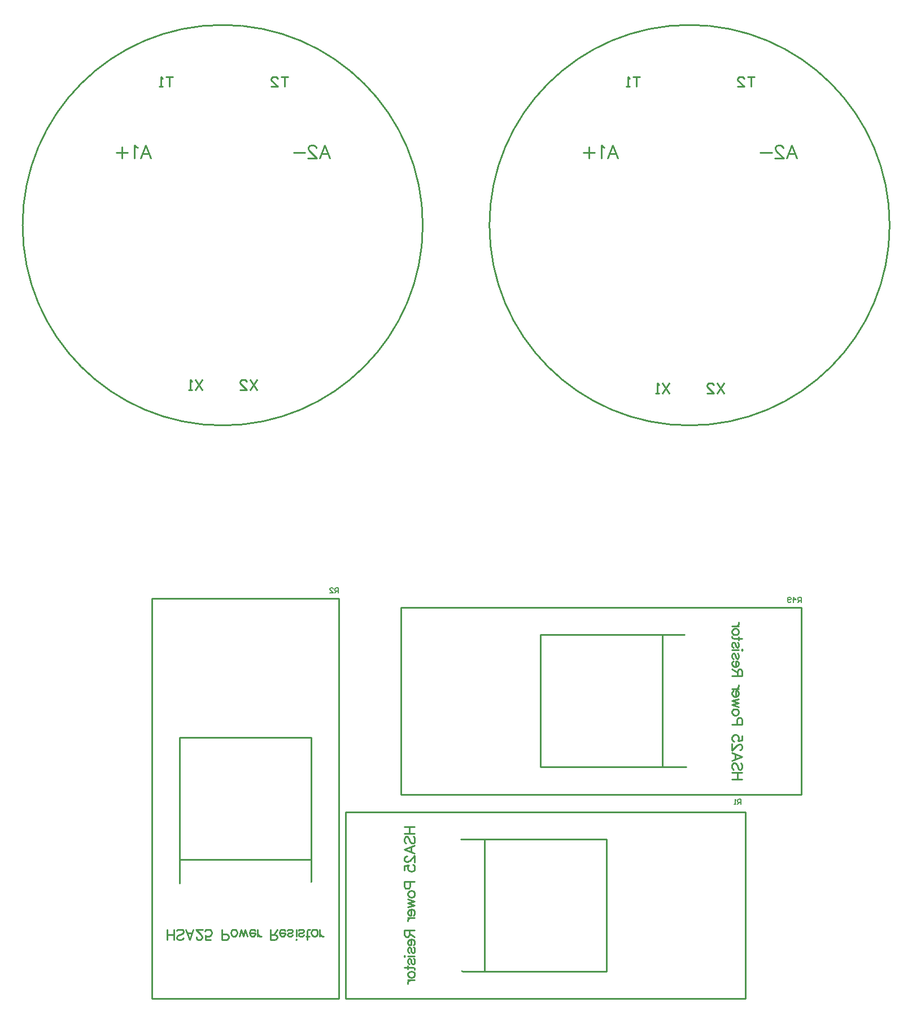
<source format=gbr>
%TF.GenerationSoftware,Altium Limited,Altium Designer,24.2.2 (26)*%
G04 Layer_Color=32896*
%FSLAX45Y45*%
%MOMM*%
%TF.SameCoordinates,E62911D3-7CC7-41A5-B2DD-A777233C8753*%
%TF.FilePolarity,Positive*%
%TF.FileFunction,Legend,Bot*%
%TF.Part,Single*%
G01*
G75*
%TA.AperFunction,NonConductor*%
%ADD80C,0.25400*%
%ADD81C,0.15240*%
%ADD82C,0.25000*%
D80*
X13886501Y5800647D02*
G03*
X13880095Y5803300I-6405J-6405D01*
G01*
X10550000Y762653D02*
G03*
X10556405Y760000I6405J6405D01*
G01*
X9960000Y11940000D02*
G03*
X9960000Y11940000I-3000000J0D01*
G01*
X16960001D02*
G03*
X16960001Y11940000I-3000000J0D01*
G01*
X8287347Y2100000D02*
G03*
X8290000Y2106405I-6405J6405D01*
G01*
X13551500Y5803300D02*
X13880095D01*
X13551500Y3823300D02*
X13906500D01*
X13551500D02*
Y5803300D01*
X11721500Y3823300D02*
Y5803300D01*
X13551500D01*
X11721500Y3823300D02*
X13551500D01*
X15636501Y3413300D02*
Y6213300D01*
X9636500Y3413300D02*
Y6213300D01*
X15636501D01*
X9636500Y3413300D02*
X15636501D01*
X10556405Y760000D02*
X10885000D01*
X10530000Y2740000D02*
X10885000D01*
Y760000D02*
Y2740000D01*
X12715000Y760000D02*
Y2740000D01*
X10885000Y760000D02*
X12715000D01*
X10885000Y2740000D02*
X12715000D01*
X8800000Y350000D02*
Y3150000D01*
X14800000Y350000D02*
Y3150000D01*
X8800000Y350000D02*
X14800000D01*
X8800000Y3150000D02*
X14800000D01*
X5900000Y350000D02*
Y6350000D01*
X8700000Y350000D02*
Y6350000D01*
X5900000D02*
X8700000D01*
X5900000Y350000D02*
X8700000D01*
X6310000Y2435000D02*
Y4265000D01*
X8290000Y2435000D02*
Y4265000D01*
X6310000D02*
X8290000D01*
X6310000Y2435000D02*
X8290000D01*
X6310000Y2080000D02*
Y2435000D01*
X8290000Y2106405D02*
Y2435000D01*
X14749055Y3638983D02*
X14596689D01*
X14749055Y3740561D02*
X14596689D01*
X14676500Y3638983D02*
Y3740561D01*
X14727289Y3884221D02*
X14741800Y3869710D01*
X14749055Y3847944D01*
Y3818921D01*
X14741800Y3797154D01*
X14727289Y3782643D01*
X14712778D01*
X14698267Y3789899D01*
X14691011Y3797154D01*
X14683755Y3811665D01*
X14669244Y3855199D01*
X14661989Y3869710D01*
X14654733Y3876966D01*
X14640222Y3884221D01*
X14618456D01*
X14603944Y3869710D01*
X14596689Y3847944D01*
Y3818921D01*
X14603944Y3797154D01*
X14618456Y3782643D01*
X14596689Y4034412D02*
X14749055Y3976367D01*
X14596689Y3918323D01*
X14647478Y3940089D02*
Y4012645D01*
X14712778Y4077220D02*
X14720033D01*
X14734544Y4084476D01*
X14741800Y4091731D01*
X14749055Y4106242D01*
Y4135265D01*
X14741800Y4149776D01*
X14734544Y4157032D01*
X14720033Y4164287D01*
X14705524D01*
X14691011Y4157032D01*
X14669244Y4142520D01*
X14596689Y4069964D01*
Y4171543D01*
X14749055Y4292711D02*
Y4220155D01*
X14683755Y4212899D01*
X14691011Y4220155D01*
X14698267Y4241922D01*
Y4263688D01*
X14691011Y4285455D01*
X14676500Y4299967D01*
X14654733Y4307222D01*
X14640222D01*
X14618456Y4299967D01*
X14603944Y4285455D01*
X14596689Y4263688D01*
Y4241922D01*
X14603944Y4220155D01*
X14611200Y4212899D01*
X14625711Y4205644D01*
X14669244Y4461041D02*
Y4526341D01*
X14676500Y4548108D01*
X14683755Y4555363D01*
X14698267Y4562619D01*
X14720033D01*
X14734544Y4555363D01*
X14741800Y4548108D01*
X14749055Y4526341D01*
Y4461041D01*
X14596689D01*
X14698267Y4632998D02*
X14691011Y4618487D01*
X14676500Y4603976D01*
X14654733Y4596720D01*
X14640222D01*
X14618456Y4603976D01*
X14603944Y4618487D01*
X14596689Y4632998D01*
Y4654765D01*
X14603944Y4669276D01*
X14618456Y4683787D01*
X14640222Y4691043D01*
X14654733D01*
X14676500Y4683787D01*
X14691011Y4669276D01*
X14698267Y4654765D01*
Y4632998D01*
Y4724418D02*
X14596689Y4753441D01*
X14698267Y4782463D02*
X14596689Y4753441D01*
X14698267Y4782463D02*
X14596689Y4811485D01*
X14698267Y4840508D02*
X14596689Y4811485D01*
X14654733Y4876060D02*
Y4963127D01*
X14669244D01*
X14683755Y4955871D01*
X14691011Y4948616D01*
X14698267Y4934105D01*
Y4912338D01*
X14691011Y4897827D01*
X14676500Y4883316D01*
X14654733Y4876060D01*
X14640222D01*
X14618456Y4883316D01*
X14603944Y4897827D01*
X14596689Y4912338D01*
Y4934105D01*
X14603944Y4948616D01*
X14618456Y4963127D01*
X14698267Y4995777D02*
X14596689D01*
X14654733D02*
X14676500Y5003033D01*
X14691011Y5017544D01*
X14698267Y5032055D01*
Y5053822D01*
X14749055Y5187325D02*
X14596689D01*
X14749055D02*
Y5252626D01*
X14741800Y5274392D01*
X14734544Y5281648D01*
X14720033Y5288903D01*
X14705524D01*
X14691011Y5281648D01*
X14683755Y5274392D01*
X14676500Y5252626D01*
Y5187325D01*
Y5238114D02*
X14596689Y5288903D01*
X14654733Y5323005D02*
Y5410072D01*
X14669244D01*
X14683755Y5402816D01*
X14691011Y5395560D01*
X14698267Y5381049D01*
Y5359283D01*
X14691011Y5344771D01*
X14676500Y5330260D01*
X14654733Y5323005D01*
X14640222D01*
X14618456Y5330260D01*
X14603944Y5344771D01*
X14596689Y5359283D01*
Y5381049D01*
X14603944Y5395560D01*
X14618456Y5410072D01*
X14676500Y5522533D02*
X14691011Y5515278D01*
X14698267Y5493511D01*
Y5471744D01*
X14691011Y5449977D01*
X14676500Y5442722D01*
X14661989Y5449977D01*
X14654733Y5464489D01*
X14647478Y5500766D01*
X14640222Y5515278D01*
X14625711Y5522533D01*
X14618456D01*
X14603944Y5515278D01*
X14596689Y5493511D01*
Y5471744D01*
X14603944Y5449977D01*
X14618456Y5442722D01*
X14749055Y5568969D02*
X14741800Y5576225D01*
X14749055Y5583480D01*
X14756313Y5576225D01*
X14749055Y5568969D01*
X14698267Y5576225D02*
X14596689D01*
X14676500Y5690137D02*
X14691011Y5682882D01*
X14698267Y5661115D01*
Y5639348D01*
X14691011Y5617582D01*
X14676500Y5610326D01*
X14661989Y5617582D01*
X14654733Y5632093D01*
X14647478Y5668371D01*
X14640222Y5682882D01*
X14625711Y5690137D01*
X14618456D01*
X14603944Y5682882D01*
X14596689Y5661115D01*
Y5639348D01*
X14603944Y5617582D01*
X14618456Y5610326D01*
X14749055Y5743829D02*
X14625711D01*
X14603944Y5751085D01*
X14596689Y5765596D01*
Y5780107D01*
X14698267Y5722062D02*
Y5772851D01*
Y5838152D02*
X14691011Y5823640D01*
X14676500Y5809129D01*
X14654733Y5801874D01*
X14640222D01*
X14618456Y5809129D01*
X14603944Y5823640D01*
X14596689Y5838152D01*
Y5859918D01*
X14603944Y5874429D01*
X14618456Y5888941D01*
X14640222Y5896196D01*
X14654733D01*
X14676500Y5888941D01*
X14691011Y5874429D01*
X14698267Y5859918D01*
Y5838152D01*
Y5929572D02*
X14596689D01*
X14654733D02*
X14676500Y5936827D01*
X14691011Y5951339D01*
X14698267Y5965850D01*
Y5987616D01*
X9687444Y2924317D02*
X9839811D01*
X9687444Y2822739D02*
X9839811D01*
X9760000Y2924317D02*
Y2822739D01*
X9709210Y2679079D02*
X9694699Y2693590D01*
X9687444Y2715357D01*
Y2744379D01*
X9694699Y2766146D01*
X9709210Y2780657D01*
X9723721D01*
X9738233Y2773401D01*
X9745488Y2766146D01*
X9752744Y2751635D01*
X9767255Y2708101D01*
X9774511Y2693590D01*
X9781766Y2686334D01*
X9796277Y2679079D01*
X9818044D01*
X9832555Y2693590D01*
X9839811Y2715357D01*
Y2744379D01*
X9832555Y2766146D01*
X9818044Y2780657D01*
X9839811Y2528888D02*
X9687444Y2586933D01*
X9839811Y2644977D01*
X9789022Y2623211D02*
Y2550655D01*
X9723721Y2486080D02*
X9716466D01*
X9701955Y2478824D01*
X9694699Y2471569D01*
X9687444Y2457058D01*
Y2428035D01*
X9694699Y2413524D01*
X9701955Y2406268D01*
X9716466Y2399013D01*
X9730977D01*
X9745488Y2406268D01*
X9767255Y2420780D01*
X9839811Y2493336D01*
Y2391757D01*
X9687444Y2270589D02*
Y2343145D01*
X9752744Y2350401D01*
X9745488Y2343145D01*
X9738233Y2321378D01*
Y2299612D01*
X9745488Y2277845D01*
X9760000Y2263334D01*
X9781766Y2256078D01*
X9796277D01*
X9818044Y2263334D01*
X9832555Y2277845D01*
X9839811Y2299612D01*
Y2321378D01*
X9832555Y2343145D01*
X9825300Y2350401D01*
X9810789Y2357656D01*
X9767255Y2102259D02*
Y2036959D01*
X9760000Y2015192D01*
X9752744Y2007937D01*
X9738233Y2000681D01*
X9716466D01*
X9701955Y2007937D01*
X9694699Y2015192D01*
X9687444Y2036959D01*
Y2102259D01*
X9839811D01*
X9738233Y1930302D02*
X9745488Y1944813D01*
X9760000Y1959325D01*
X9781766Y1966580D01*
X9796277D01*
X9818044Y1959325D01*
X9832555Y1944813D01*
X9839811Y1930302D01*
Y1908535D01*
X9832555Y1894024D01*
X9818044Y1879513D01*
X9796277Y1872257D01*
X9781766D01*
X9760000Y1879513D01*
X9745488Y1894024D01*
X9738233Y1908535D01*
Y1930302D01*
Y1838882D02*
X9839811Y1809859D01*
X9738233Y1780837D02*
X9839811Y1809859D01*
X9738233Y1780837D02*
X9839811Y1751815D01*
X9738233Y1722792D02*
X9839811Y1751815D01*
X9781766Y1687240D02*
Y1600173D01*
X9767255D01*
X9752744Y1607429D01*
X9745488Y1614684D01*
X9738233Y1629195D01*
Y1650962D01*
X9745488Y1665473D01*
X9760000Y1679984D01*
X9781766Y1687240D01*
X9796277D01*
X9818044Y1679984D01*
X9832555Y1665473D01*
X9839811Y1650962D01*
Y1629195D01*
X9832555Y1614684D01*
X9818044Y1600173D01*
X9738233Y1567523D02*
X9839811D01*
X9781766D02*
X9760000Y1560267D01*
X9745488Y1545756D01*
X9738233Y1531245D01*
Y1509478D01*
X9687444Y1375975D02*
X9839811D01*
X9687444D02*
Y1310675D01*
X9694699Y1288908D01*
X9701955Y1281652D01*
X9716466Y1274397D01*
X9730977D01*
X9745488Y1281652D01*
X9752744Y1288908D01*
X9760000Y1310675D01*
Y1375975D01*
Y1325186D02*
X9839811Y1274397D01*
X9781766Y1240295D02*
Y1153228D01*
X9767255D01*
X9752744Y1160484D01*
X9745488Y1167740D01*
X9738233Y1182251D01*
Y1204017D01*
X9745488Y1218529D01*
X9760000Y1233040D01*
X9781766Y1240295D01*
X9796277D01*
X9818044Y1233040D01*
X9832555Y1218529D01*
X9839811Y1204017D01*
Y1182251D01*
X9832555Y1167740D01*
X9818044Y1153228D01*
X9760000Y1040767D02*
X9745488Y1048022D01*
X9738233Y1069789D01*
Y1091556D01*
X9745488Y1113323D01*
X9760000Y1120578D01*
X9774511Y1113323D01*
X9781766Y1098811D01*
X9789022Y1062534D01*
X9796277Y1048022D01*
X9810789Y1040767D01*
X9818044D01*
X9832555Y1048022D01*
X9839811Y1069789D01*
Y1091556D01*
X9832555Y1113323D01*
X9818044Y1120578D01*
X9687444Y994331D02*
X9694699Y987075D01*
X9687444Y979820D01*
X9680188Y987075D01*
X9687444Y994331D01*
X9738233Y987075D02*
X9839811D01*
X9760000Y873163D02*
X9745488Y880418D01*
X9738233Y902185D01*
Y923952D01*
X9745488Y945718D01*
X9760000Y952974D01*
X9774511Y945718D01*
X9781766Y931207D01*
X9789022Y894929D01*
X9796277Y880418D01*
X9810789Y873163D01*
X9818044D01*
X9832555Y880418D01*
X9839811Y902185D01*
Y923952D01*
X9832555Y945718D01*
X9818044Y952974D01*
X9687444Y819471D02*
X9810789D01*
X9832555Y812216D01*
X9839811Y797704D01*
Y783193D01*
X9738233Y841238D02*
Y790449D01*
Y725148D02*
X9745488Y739660D01*
X9760000Y754171D01*
X9781766Y761426D01*
X9796277D01*
X9818044Y754171D01*
X9832555Y739660D01*
X9839811Y725148D01*
Y703382D01*
X9832555Y688871D01*
X9818044Y674359D01*
X9796277Y667104D01*
X9781766D01*
X9760000Y674359D01*
X9745488Y688871D01*
X9738233Y703382D01*
Y725148D01*
Y633728D02*
X9839811D01*
X9781766D02*
X9760000Y626473D01*
X9745488Y611961D01*
X9738233Y597450D01*
Y575684D01*
X6211567Y14166174D02*
X6109999D01*
X6160783D01*
Y14013824D01*
X6059216D02*
X6008432D01*
X6033824D01*
Y14166174D01*
X6059216Y14140784D01*
X7936959Y14166174D02*
X7835391D01*
X7886175D01*
Y14013824D01*
X7683041D02*
X7784608D01*
X7683041Y14115392D01*
Y14140784D01*
X7708433Y14166174D01*
X7759216D01*
X7784608Y14140784D01*
X7476959Y9626175D02*
X7375392Y9473825D01*
Y9626175D02*
X7476959Y9473825D01*
X7223041D02*
X7324608D01*
X7223041Y9575392D01*
Y9600783D01*
X7248433Y9626175D01*
X7299216D01*
X7324608Y9600783D01*
X6651567Y9626175D02*
X6550000Y9473825D01*
Y9626175D02*
X6651567Y9473825D01*
X6499216D02*
X6448433D01*
X6473824D01*
Y9626175D01*
X6499216Y9600783D01*
X13651567Y9576175D02*
X13550000Y9423825D01*
Y9576175D02*
X13651567Y9423825D01*
X13499216D02*
X13448433D01*
X13473824D01*
Y9576175D01*
X13499216Y9550784D01*
X14476959Y9576175D02*
X14375392Y9423825D01*
Y9576175D02*
X14476959Y9423825D01*
X14223041D02*
X14324608D01*
X14223041Y9525392D01*
Y9550784D01*
X14248433Y9576175D01*
X14299216D01*
X14324608Y9550784D01*
X14936958Y14166174D02*
X14835393D01*
X14886176D01*
Y14013824D01*
X14683041D02*
X14784608D01*
X14683041Y14115392D01*
Y14140784D01*
X14708434Y14166174D01*
X14759216D01*
X14784608Y14140784D01*
X13211568Y14166174D02*
X13110001D01*
X13160783D01*
Y14013824D01*
X13059216D02*
X13008434D01*
X13033824D01*
Y14166174D01*
X13059216Y14140784D01*
X6125682Y1237444D02*
Y1389811D01*
X6227260Y1237444D02*
Y1389811D01*
X6125682Y1310000D02*
X6227260D01*
X6370921Y1259210D02*
X6356410Y1244699D01*
X6334643Y1237444D01*
X6305621D01*
X6283854Y1244699D01*
X6269343Y1259210D01*
Y1273722D01*
X6276598Y1288233D01*
X6283854Y1295488D01*
X6298365Y1302744D01*
X6341899Y1317255D01*
X6356410Y1324511D01*
X6363665Y1331766D01*
X6370921Y1346277D01*
Y1368044D01*
X6356410Y1382556D01*
X6334643Y1389811D01*
X6305621D01*
X6283854Y1382556D01*
X6269343Y1368044D01*
X6521112Y1389811D02*
X6463067Y1237444D01*
X6405022Y1389811D01*
X6426789Y1339022D02*
X6499345D01*
X6563920Y1273722D02*
Y1266466D01*
X6571175Y1251955D01*
X6578431Y1244699D01*
X6592942Y1237444D01*
X6621964D01*
X6636475Y1244699D01*
X6643731Y1251955D01*
X6650987Y1266466D01*
Y1280977D01*
X6643731Y1295488D01*
X6629220Y1317255D01*
X6556664Y1389811D01*
X6658242D01*
X6779411Y1237444D02*
X6706855D01*
X6699599Y1302744D01*
X6706855Y1295488D01*
X6728622Y1288233D01*
X6750388D01*
X6772155Y1295488D01*
X6786666Y1310000D01*
X6793922Y1331766D01*
Y1346277D01*
X6786666Y1368044D01*
X6772155Y1382556D01*
X6750388Y1389811D01*
X6728622D01*
X6706855Y1382556D01*
X6699599Y1375300D01*
X6692343Y1360789D01*
X6947740Y1317255D02*
X7013041D01*
X7034807Y1310000D01*
X7042063Y1302744D01*
X7049318Y1288233D01*
Y1266466D01*
X7042063Y1251955D01*
X7034807Y1244699D01*
X7013041Y1237444D01*
X6947740D01*
Y1389811D01*
X7119698Y1288233D02*
X7105186Y1295488D01*
X7090675Y1310000D01*
X7083420Y1331766D01*
Y1346277D01*
X7090675Y1368044D01*
X7105186Y1382556D01*
X7119698Y1389811D01*
X7141464D01*
X7155976Y1382556D01*
X7170487Y1368044D01*
X7177742Y1346277D01*
Y1331766D01*
X7170487Y1310000D01*
X7155976Y1295488D01*
X7141464Y1288233D01*
X7119698D01*
X7211118D02*
X7240140Y1389811D01*
X7269163Y1288233D02*
X7240140Y1389811D01*
X7269163Y1288233D02*
X7298185Y1389811D01*
X7327207Y1288233D02*
X7298185Y1389811D01*
X7362760Y1331766D02*
X7449827D01*
Y1317255D01*
X7442571Y1302744D01*
X7435316Y1295488D01*
X7420804Y1288233D01*
X7399038D01*
X7384527Y1295488D01*
X7370015Y1310000D01*
X7362760Y1331766D01*
Y1346277D01*
X7370015Y1368044D01*
X7384527Y1382556D01*
X7399038Y1389811D01*
X7420804D01*
X7435316Y1382556D01*
X7449827Y1368044D01*
X7482477Y1288233D02*
Y1389811D01*
Y1331766D02*
X7489733Y1310000D01*
X7504244Y1295488D01*
X7518755Y1288233D01*
X7540522D01*
X7674025Y1237444D02*
Y1389811D01*
Y1237444D02*
X7739325D01*
X7761092Y1244699D01*
X7768347Y1251955D01*
X7775603Y1266466D01*
Y1280977D01*
X7768347Y1295488D01*
X7761092Y1302744D01*
X7739325Y1310000D01*
X7674025D01*
X7724814D02*
X7775603Y1389811D01*
X7809704Y1331766D02*
X7896771D01*
Y1317255D01*
X7889516Y1302744D01*
X7882260Y1295488D01*
X7867749Y1288233D01*
X7845982D01*
X7831471Y1295488D01*
X7816960Y1310000D01*
X7809704Y1331766D01*
Y1346277D01*
X7816960Y1368044D01*
X7831471Y1382556D01*
X7845982Y1389811D01*
X7867749D01*
X7882260Y1382556D01*
X7896771Y1368044D01*
X8009233Y1310000D02*
X8001977Y1295488D01*
X7980211Y1288233D01*
X7958444D01*
X7936677Y1295488D01*
X7929422Y1310000D01*
X7936677Y1324511D01*
X7951188Y1331766D01*
X7987466Y1339022D01*
X8001977Y1346277D01*
X8009233Y1360789D01*
Y1368044D01*
X8001977Y1382556D01*
X7980211Y1389811D01*
X7958444D01*
X7936677Y1382556D01*
X7929422Y1368044D01*
X8055669Y1237444D02*
X8062924Y1244699D01*
X8070180Y1237444D01*
X8062924Y1230188D01*
X8055669Y1237444D01*
X8062924Y1288233D02*
Y1389811D01*
X8176837Y1310000D02*
X8169582Y1295488D01*
X8147815Y1288233D01*
X8126048D01*
X8104281Y1295488D01*
X8097026Y1310000D01*
X8104281Y1324511D01*
X8118793Y1331766D01*
X8155070Y1339022D01*
X8169582Y1346277D01*
X8176837Y1360789D01*
Y1368044D01*
X8169582Y1382556D01*
X8147815Y1389811D01*
X8126048D01*
X8104281Y1382556D01*
X8097026Y1368044D01*
X8230529Y1237444D02*
Y1360789D01*
X8237784Y1382556D01*
X8252295Y1389811D01*
X8266806D01*
X8208762Y1288233D02*
X8259551D01*
X8324851D02*
X8310340Y1295488D01*
X8295829Y1310000D01*
X8288573Y1331766D01*
Y1346277D01*
X8295829Y1368044D01*
X8310340Y1382556D01*
X8324851Y1389811D01*
X8346618D01*
X8361129Y1382556D01*
X8375640Y1368044D01*
X8382896Y1346277D01*
Y1331766D01*
X8375640Y1310000D01*
X8361129Y1295488D01*
X8346618Y1288233D01*
X8324851D01*
X8416271D02*
Y1389811D01*
Y1331766D02*
X8423527Y1310000D01*
X8438038Y1295488D01*
X8452550Y1288233D01*
X8474316D01*
D81*
X15633760Y6291580D02*
Y6367755D01*
X15595673D01*
X15582976Y6355059D01*
Y6329668D01*
X15595673Y6316972D01*
X15633760D01*
X15608368D02*
X15582976Y6291580D01*
X15519498D02*
Y6367755D01*
X15557585Y6329668D01*
X15506801D01*
X15481409Y6304276D02*
X15468713Y6291580D01*
X15443321D01*
X15430626Y6304276D01*
Y6355059D01*
X15443321Y6367755D01*
X15468713D01*
X15481409Y6355059D01*
Y6342363D01*
X15468713Y6329668D01*
X15430626D01*
X8697020Y6428740D02*
Y6504915D01*
X8658932D01*
X8646236Y6492219D01*
Y6466828D01*
X8658932Y6454132D01*
X8697020D01*
X8671628D02*
X8646236Y6428740D01*
X8570061D02*
X8620845D01*
X8570061Y6479523D01*
Y6492219D01*
X8582757Y6504915D01*
X8608149D01*
X8620845Y6492219D01*
X14731982Y3263912D02*
Y3340088D01*
X14693896D01*
X14681200Y3327392D01*
Y3302000D01*
X14693896Y3289304D01*
X14731982D01*
X14706592D02*
X14681200Y3263912D01*
X14655807D02*
X14630415D01*
X14643112D01*
Y3340088D01*
X14655807Y3327392D01*
D82*
X5731167Y12940022D02*
X5807342Y13139980D01*
X5883516Y12940022D01*
X5854950Y13006674D02*
X5759733D01*
X5684511Y13101892D02*
X5665467Y13111414D01*
X5636902Y13139980D01*
Y12940022D01*
X5452179Y13111414D02*
Y12940022D01*
X5537875Y13025719D02*
X5366484D01*
X8416879Y12940022D02*
X8493053Y13139980D01*
X8569227Y12940022D01*
X8540662Y13006674D02*
X8445444D01*
X8360700Y13092371D02*
Y13101892D01*
X8351178Y13120935D01*
X8341656Y13130457D01*
X8322613Y13139980D01*
X8284526D01*
X8265482Y13130457D01*
X8255960Y13120935D01*
X8246439Y13101892D01*
Y13082848D01*
X8255960Y13063805D01*
X8275004Y13035239D01*
X8370222Y12940022D01*
X8236917D01*
X8192164Y13025719D02*
X8020773D01*
X15416879Y12940022D02*
X15493053Y13139980D01*
X15569228Y12940022D01*
X15540662Y13006674D02*
X15445444D01*
X15360699Y13092371D02*
Y13101892D01*
X15351178Y13120935D01*
X15341656Y13130457D01*
X15322614Y13139980D01*
X15284526D01*
X15265483Y13130457D01*
X15255962Y13120935D01*
X15246439Y13101892D01*
Y13082848D01*
X15255962Y13063805D01*
X15275005Y13035239D01*
X15370222Y12940022D01*
X15236917D01*
X15192165Y13025719D02*
X15020773D01*
X12731168Y12940022D02*
X12807343Y13139980D01*
X12883516Y12940022D01*
X12854951Y13006674D02*
X12759733D01*
X12684511Y13101892D02*
X12665467Y13111414D01*
X12636902Y13139980D01*
Y12940022D01*
X12452180Y13111414D02*
Y12940022D01*
X12537876Y13025719D02*
X12366484D01*
%TF.MD5,8c776cb761e17160fd083b910d14ce2e*%
M02*

</source>
